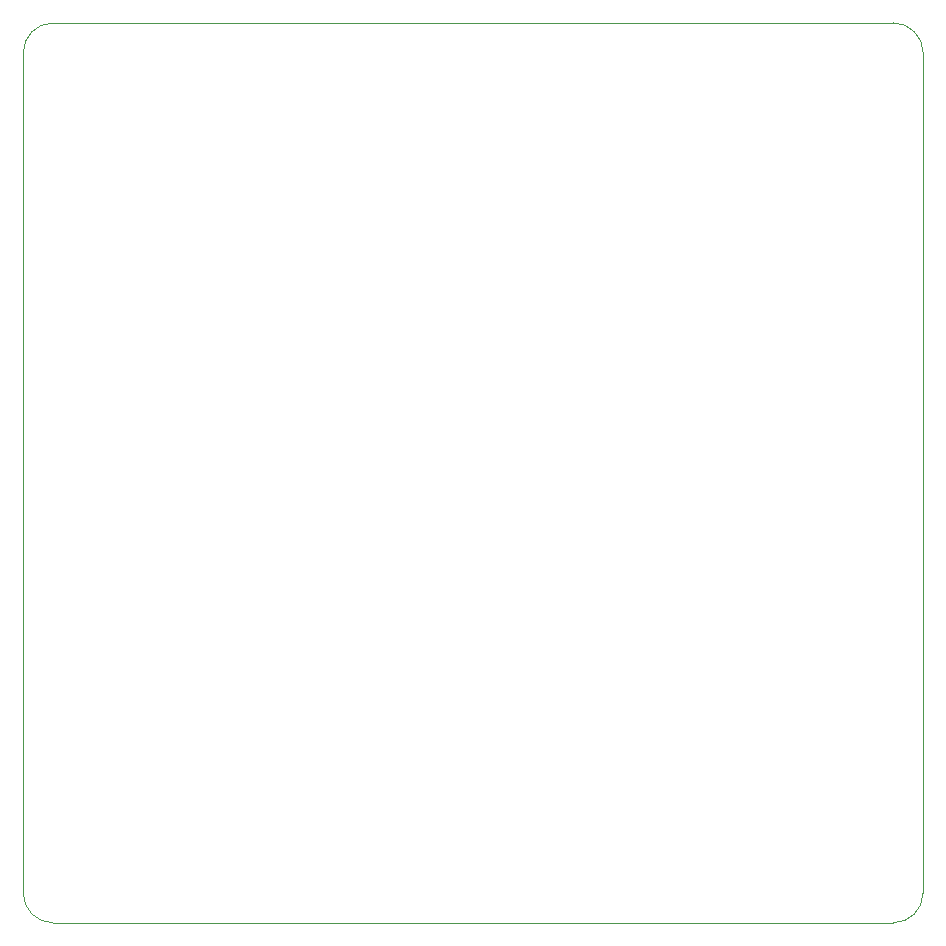
<source format=gm1>
G04 #@! TF.GenerationSoftware,KiCad,Pcbnew,7.0.7*
G04 #@! TF.CreationDate,2024-10-01T17:01:24-05:00*
G04 #@! TF.ProjectId,corner-board,636f726e-6572-42d6-926f-6172642e6b69,rev?*
G04 #@! TF.SameCoordinates,Original*
G04 #@! TF.FileFunction,Profile,NP*
%FSLAX46Y46*%
G04 Gerber Fmt 4.6, Leading zero omitted, Abs format (unit mm)*
G04 Created by KiCad (PCBNEW 7.0.7) date 2024-10-01 17:01:24*
%MOMM*%
%LPD*%
G01*
G04 APERTURE LIST*
G04 #@! TA.AperFunction,Profile*
%ADD10C,0.100000*%
G04 #@! TD*
G04 APERTURE END LIST*
D10*
X27940000Y-15240000D02*
G75*
G03*
X25400000Y-17780000I0J-2540000D01*
G01*
X101600000Y-17780000D02*
X101600000Y-88900000D01*
X25400000Y-88900000D02*
X25400000Y-17780000D01*
X27940000Y-15240000D02*
X99060000Y-15240000D01*
X101600000Y-17780000D02*
G75*
G03*
X99060000Y-15240000I-2540000J0D01*
G01*
X25400000Y-88900000D02*
G75*
G03*
X27940000Y-91440000I2540000J0D01*
G01*
X99060000Y-91440000D02*
X27940000Y-91440000D01*
X99060000Y-91440000D02*
G75*
G03*
X101600000Y-88900000I0J2540000D01*
G01*
M02*

</source>
